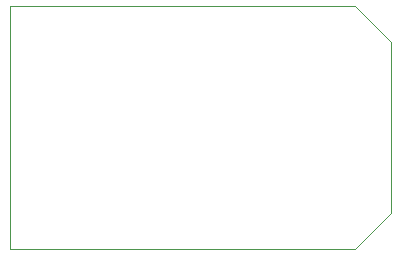
<source format=gbr>
%TF.GenerationSoftware,KiCad,Pcbnew,7.0.9*%
%TF.CreationDate,2024-01-17T02:10:25+09:00*%
%TF.ProjectId,Pmod_CAN,506d6f64-5f43-4414-9e2e-6b696361645f,rev?*%
%TF.SameCoordinates,Original*%
%TF.FileFunction,Profile,NP*%
%FSLAX46Y46*%
G04 Gerber Fmt 4.6, Leading zero omitted, Abs format (unit mm)*
G04 Created by KiCad (PCBNEW 7.0.9) date 2024-01-17 02:10:25*
%MOMM*%
%LPD*%
G01*
G04 APERTURE LIST*
%TA.AperFunction,Profile*%
%ADD10C,0.100000*%
%TD*%
G04 APERTURE END LIST*
D10*
X164084000Y-87884000D02*
X167132000Y-90932000D01*
X167132000Y-90932000D02*
X167132000Y-105410000D01*
X134874000Y-108458000D02*
X134874000Y-87884000D01*
X164084000Y-108458000D02*
X134874000Y-108458000D01*
X164084000Y-108458000D02*
X167132000Y-105410000D01*
X134874000Y-87884000D02*
X164084000Y-87884000D01*
M02*

</source>
